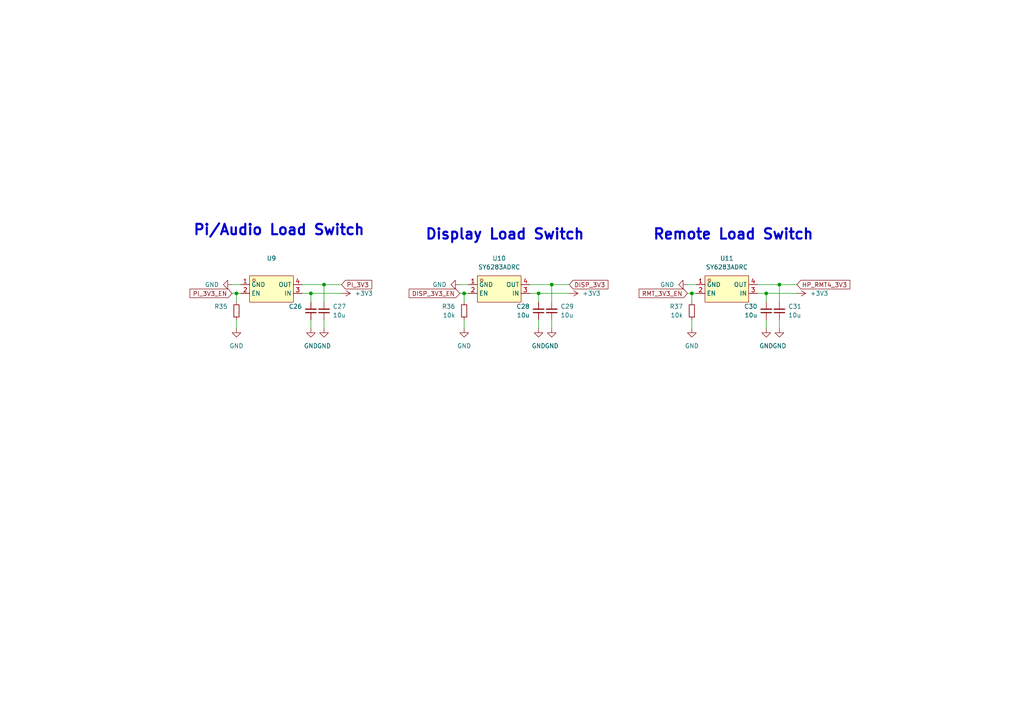
<source format=kicad_sch>
(kicad_sch (version 20211123) (generator eeschema)
  (paper "A4")
  (lib_symbols
    (symbol "Device:C_Small" (pin_numbers hide) (pin_names (offset 0.254) hide)
      (property "Reference" "C" (at 0.254 1.778 0))
      (property "Value" "C_Small" (at 0.254 -2.032 0))
      (symbol "C_Small_0_1"
        (polyline (pts (xy -1.524 -0.508) (xy 1.524 -0.508)) (stroke (width 0.3302)))
        (polyline (pts (xy -1.524 0.508) (xy 1.524 0.508)) (stroke (width 0.3048)))
      )
      (symbol "C_Small_1_1"
        (pin passive line (at 0 2.54 270) (length 2.032) (name "~") (number "1"))
        (pin passive line (at 0 -2.54 90) (length 2.032) (name "~") (number "2"))
      )
    )
    (symbol "Device:R_Small" (pin_numbers hide) (pin_names (offset 0.254) hide)
      (property "Reference" "R" (at 0.762 0.508 0))
      (property "Value" "R_Small" (at 0.762 -1.016 0))
      (symbol "R_Small_0_1"
        (rectangle (start -0.762 1.778) (end 0.762 -1.778) (stroke (width 0.2032)))
      )
      (symbol "R_Small_1_1"
        (pin passive line (at 0 2.54 270) (length 0.762) (name "~") (number "1"))
        (pin passive line (at 0 -2.54 90) (length 0.762) (name "~") (number "2"))
      )
    )
    (symbol "lcsc:SY6283ADRC"
      (property "Reference" "U?" (at 0 6.35 0))
      (property "Value" "SY6283ADRC" (at 0 -6.35 0))
      (symbol "SY6283ADRC_0_1"
        (rectangle (start -6.35 3.81) (end 6.35 -3.81) (fill (type background)))
        (circle (center -5.08 2.54) (radius 0.38))
        (pin power_in line (at -8.89 1.27 0) (length 2.54) (name "GND") (number "1"))
        (pin input line (at -8.89 -1.27 0) (length 2.54) (name "EN") (number "2"))
        (pin power_in line (at 8.89 -1.27 180) (length 2.54) (name "IN") (number "3"))
        (pin power_out line (at 8.89 1.27 180) (length 2.54) (name "OUT") (number "4"))
      )
    )
    (symbol "power:+3V3" (power) (pin_names (offset 0))
      (property "Value" "+3V3" (at 0 3.556 0))
      (symbol "+3V3_0_1"
        (polyline (pts (xy -0.762 1.27) (xy 0 2.54)))
        (polyline (pts (xy 0 0) (xy 0 2.54)))
        (polyline (pts (xy 0 2.54) (xy 0.762 1.27)))
      )
      (symbol "+3V3_1_1"
        (pin power_in line (at 0 0 90) (length 0) hide (name "+3V3") (number "1"))
      )
    )
    (symbol "power:GND" (power) (pin_names (offset 0))
      (property "Value" "GND" (at 0 -3.81 0))
      (symbol "GND_0_1"
        (polyline (pts (xy 0 0) (xy 0 -1.27) (xy 1.27 -1.27) (xy 0 -2.54) (xy -1.27 -1.27) (xy 0 -1.27)))
      )
      (symbol "GND_1_1"
        (pin power_in line (at 0 0 270) (length 0) hide (name "GND") (number "1"))
      )
    )
  )
  (junction (at 156.21 85.09))
  (junction (at 222.25 85.09))
  (junction (at 93.98 82.55))
  (junction (at 68.58 85.09))
  (junction (at 160.02 82.55))
  (junction (at 134.62 85.09))
  (junction (at 90.17 85.09))
  (junction (at 226.06 82.55))
  (junction (at 200.66 85.09))
  (wire (pts (xy 133.35 85.09) (xy 134.62 85.09)))
  (wire (pts (xy 90.17 85.09) (xy 99.06 85.09)))
  (wire (pts (xy 219.71 82.55) (xy 226.06 82.55)))
  (wire (pts (xy 68.58 92.71) (xy 68.58 95.25)))
  (wire (pts (xy 160.02 82.55) (xy 165.1 82.55)))
  (wire (pts (xy 156.21 92.71) (xy 156.21 95.25)))
  (wire (pts (xy 222.25 92.71) (xy 222.25 95.25)))
  (wire (pts (xy 156.21 85.09) (xy 156.21 87.63)))
  (wire (pts (xy 87.63 85.09) (xy 90.17 85.09)))
  (wire (pts (xy 93.98 82.55) (xy 99.06 82.55)))
  (wire (pts (xy 226.06 92.71) (xy 226.06 95.25)))
  (wire (pts (xy 219.71 85.09) (xy 222.25 85.09)))
  (wire (pts (xy 199.39 82.55) (xy 201.93 82.55)))
  (wire (pts (xy 226.06 82.55) (xy 231.14 82.55)))
  (wire (pts (xy 156.21 85.09) (xy 165.1 85.09)))
  (wire (pts (xy 200.66 85.09) (xy 200.66 87.63)))
  (wire (pts (xy 153.67 82.55) (xy 160.02 82.55)))
  (wire (pts (xy 153.67 85.09) (xy 156.21 85.09)))
  (wire (pts (xy 133.35 82.55) (xy 135.89 82.55)))
  (wire (pts (xy 200.66 85.09) (xy 201.93 85.09)))
  (wire (pts (xy 160.02 92.71) (xy 160.02 95.25)))
  (wire (pts (xy 199.39 85.09) (xy 200.66 85.09)))
  (wire (pts (xy 68.58 85.09) (xy 68.58 87.63)))
  (wire (pts (xy 134.62 92.71) (xy 134.62 95.25)))
  (wire (pts (xy 134.62 85.09) (xy 135.89 85.09)))
  (wire (pts (xy 226.06 82.55) (xy 226.06 87.63)))
  (wire (pts (xy 67.31 85.09) (xy 68.58 85.09)))
  (wire (pts (xy 93.98 92.71) (xy 93.98 95.25)))
  (wire (pts (xy 68.58 85.09) (xy 69.85 85.09)))
  (wire (pts (xy 87.63 82.55) (xy 93.98 82.55)))
  (wire (pts (xy 222.25 85.09) (xy 231.14 85.09)))
  (wire (pts (xy 134.62 85.09) (xy 134.62 87.63)))
  (wire (pts (xy 222.25 85.09) (xy 222.25 87.63)))
  (wire (pts (xy 93.98 82.55) (xy 93.98 87.63)))
  (wire (pts (xy 200.66 92.71) (xy 200.66 95.25)))
  (wire (pts (xy 67.31 82.55) (xy 69.85 82.55)))
  (wire (pts (xy 90.17 92.71) (xy 90.17 95.25)))
  (wire (pts (xy 90.17 85.09) (xy 90.17 87.63)))
  (wire (pts (xy 160.02 82.55) (xy 160.02 87.63)))
  (text "Display Load Switch" (at 123.19 69.85 0) (effects (font (size 3 3) (thickness 0.6) bold) (justify left bottom)))
  (text "Remote Load Switch" (at 189.23 69.85 0) (effects (font (size 3 3) (thickness 0.6) bold) (justify left bottom)))
  (text "Pi/Audio Load Switch" (at 55.88 68.58 0) (effects (font (size 3 3) (thickness 0.6) bold) (justify left bottom)))
  (global_label "PI_3V3" (shape input) (at 99.06 82.55 0) (property "Intersheet References" "${INTERSHEET_REFS}" (effects hide)))
  (global_label "RMT_3V3_EN" (shape input) (at 199.39 85.09 180) (property "Intersheet References" "${INTERSHEET_REFS}" (effects hide)))
  (global_label "DISP_3V3" (shape input) (at 165.1 82.55 0) (property "Intersheet References" "${INTERSHEET_REFS}" (effects hide)))
  (global_label "HP_RMT4_3V3" (shape input) (at 231.14 82.55 0) (property "Intersheet References" "${INTERSHEET_REFS}" (effects hide)))
  (global_label "PI_3V3_EN" (shape input) (at 67.31 85.09 180) (property "Intersheet References" "${INTERSHEET_REFS}" (effects hide)))
  (global_label "DISP_3V3_EN" (shape input) (at 133.35 85.09 180) (property "Intersheet References" "${INTERSHEET_REFS}" (effects hide)))
  (symbol (lib_id "power:GND") (at 160.02 95.25 0) (unit 1)
    (property "Reference" "#PWR086" (effects hide))
    (property "Value" "GND" (at 160.02 100.33 0))
  )
  (symbol (lib_id "power:GND") (at 67.31 82.55 270) (unit 1)
    (property "Reference" "#PWR078" (effects hide))
  )
  (symbol (lib_id "power:GND") (at 156.21 95.25 0) (unit 1)
    (property "Reference" "#PWR085" (effects hide))
    (property "Value" "GND" (at 156.21 100.33 0))
  )
  (symbol (lib_id "power:+3V3") (at 231.14 85.09 270) (unit 1)
    (property "Reference" "#PWR092" (effects hide))
    (property "Value" "+3V3" (at 234.95 85.0899 90) (effects (justify left)))
  )
  (symbol (lib_id "power:+3V3") (at 165.1 85.09 270) (unit 1)
    (property "Reference" "#PWR087" (effects hide))
    (property "Value" "+3V3" (at 168.91 85.0899 90) (effects (justify left)))
  )
  (symbol (lib_id "power:+3V3") (at 99.06 85.09 270) (unit 1)
    (property "Reference" "#PWR082" (effects hide))
  )
  (symbol (lib_id "power:GND") (at 133.35 82.55 270) (unit 1)
    (property "Reference" "#PWR083" (effects hide))
    (property "Value" "GND" (at 129.54 82.5499 90) (effects (justify right)))
  )
  (symbol (lib_id "power:GND") (at 199.39 82.55 270) (unit 1)
    (property "Reference" "#PWR088" (effects hide))
    (property "Value" "GND" (at 195.58 82.5499 90) (effects (justify right)))
  )
  (symbol (lib_id "lcsc:SY6283ADRC") (at 144.78 83.82 0) (unit 1)
    (property "Reference" "U10" (at 144.78 74.93 0))
    (property "Value" "SY6283ADRC" (at 144.78 77.47 0))
    (property "Footprint" "lcsc:DFN-4_L1.6-W1.2-P0.50-BL" (effects hide))
    (property "Datasheet" "https://lcsc.com/product-detail/New-Arrivals_Silergy-Corp-SY6283ADRC_C412142.html" (effects hide))
    (property "Manufacturer" "Silergy Corp" (effects hide))
    (property "LCSC Part" "C412142" (effects hide))
    (property "JLC Part" "Extended Part" (effects hide))
  )
  (symbol (lib_id "Device:C_Small") (at 160.02 90.17 180) (unit 1)
    (property "Reference" "C29" (at 162.56 88.8935 0) (effects (justify right)))
    (property "Value" "10u" (at 162.56 91.4335 0) (effects (justify right)))
  )
  (symbol (lib_id "power:GND") (at 134.62 95.25 0) (unit 1)
    (property "Reference" "#PWR084" (effects hide))
    (property "Value" "GND" (at 134.62 100.33 0))
  )
  (symbol (lib_id "Device:C_Small") (at 93.98 90.17 180) (unit 1)
    (property "Reference" "C27" (at 96.52 88.8935 0) (effects (justify right)))
    (property "Value" "10u" (at 96.52 91.4335 0) (effects (justify right)))
  )
  (symbol (lib_id "Device:R_Small") (at 200.66 90.17 0) (mirror x) (unit 1)
    (property "Reference" "R37" (at 198.12 88.8999 0) (effects (justify right)))
    (property "Value" "10k" (at 198.12 91.4399 0) (effects (justify right)))
  )
  (symbol (lib_id "Device:R_Small") (at 134.62 90.17 0) (mirror x) (unit 1)
    (property "Reference" "R36" (at 132.08 88.8999 0) (effects (justify right)))
    (property "Value" "10k" (at 132.08 91.4399 0) (effects (justify right)))
  )
  (symbol (lib_id "lcsc:SY6283ADRC") (at 210.82 83.82 0) (unit 1)
    (property "Reference" "U11" (at 210.82 74.93 0))
    (property "Value" "SY6283ADRC" (at 210.82 77.47 0))
    (property "Footprint" "lcsc:DFN-4_L1.6-W1.2-P0.50-BL" (effects hide))
    (property "Datasheet" "https://lcsc.com/product-detail/New-Arrivals_Silergy-Corp-SY6283ADRC_C412142.html" (effects hide))
    (property "Manufacturer" "Silergy Corp" (effects hide))
    (property "LCSC Part" "C412142" (effects hide))
    (property "JLC Part" "Extended Part" (effects hide))
  )
  (symbol (lib_id "Device:R_Small") (at 68.58 90.17 0) (mirror x) (unit 1)
    (property "Reference" "R35" (at 66.04 88.8999 0) (effects (justify right)))
  )
  (symbol (lib_id "Device:C_Small") (at 226.06 90.17 180) (unit 1)
    (property "Reference" "C31" (at 228.6 88.8935 0) (effects (justify right)))
    (property "Value" "10u" (at 228.6 91.4335 0) (effects (justify right)))
  )
  (symbol (lib_id "Device:C_Small") (at 156.21 90.17 0) (mirror x) (unit 1)
    (property "Reference" "C28" (at 153.67 88.8935 0) (effects (justify right)))
    (property "Value" "10u" (at 153.67 91.4335 0) (effects (justify right)))
  )
  (symbol (lib_id "power:GND") (at 200.66 95.25 0) (unit 1)
    (property "Reference" "#PWR089" (effects hide))
    (property "Value" "GND" (at 200.66 100.33 0))
  )
  (symbol (lib_id "power:GND") (at 68.58 95.25 0) (unit 1)
    (property "Reference" "#PWR079" (effects hide))
    (property "Value" "GND" (at 68.58 100.33 0))
  )
  (symbol (lib_id "power:GND") (at 90.17 95.25 0) (unit 1)
    (property "Reference" "#PWR080" (effects hide))
  )
  (symbol (lib_id "power:GND") (at 222.25 95.25 0) (unit 1)
    (property "Reference" "#PWR090" (effects hide))
    (property "Value" "GND" (at 222.25 100.33 0))
  )
  (symbol (lib_id "lcsc:SY6283ADRC") (at 78.74 83.82 0) (unit 1)
    (property "Reference" "U9" (at 78.74 74.93 0))
    (property "Footprint" "lcsc:DFN-4_L1.6-W1.2-P0.50-BL" (effects hide))
    (property "Datasheet" "https://lcsc.com/product-detail/New-Arrivals_Silergy-Corp-SY6283ADRC_C412142.html" (effects hide))
    (property "Manufacturer" "Silergy Corp" (effects hide))
    (property "LCSC Part" "C412142" (effects hide))
    (property "JLC Part" "Extended Part" (effects hide))
  )
  (symbol (lib_id "Device:C_Small") (at 90.17 90.17 0) (mirror x) (unit 1)
    (property "Reference" "C26" (at 87.63 88.8935 0) (effects (justify right)))
  )
  (symbol (lib_id "power:GND") (at 226.06 95.25 0) (unit 1)
    (property "Reference" "#PWR091" (effects hide))
    (property "Value" "GND" (at 226.06 100.33 0))
  )
  (symbol (lib_id "power:GND") (at 93.98 95.25 0) (unit 1)
    (property "Reference" "#PWR081" (effects hide))
    (property "Value" "GND" (at 93.98 100.33 0))
  )
  (symbol (lib_id "Device:C_Small") (at 222.25 90.17 0) (mirror x) (unit 1)
    (property "Reference" "C30" (at 219.71 88.8935 0) (effects (justify right)))
    (property "Value" "10u" (at 219.71 91.4335 0) (effects (justify right)))
  )
)
</source>
